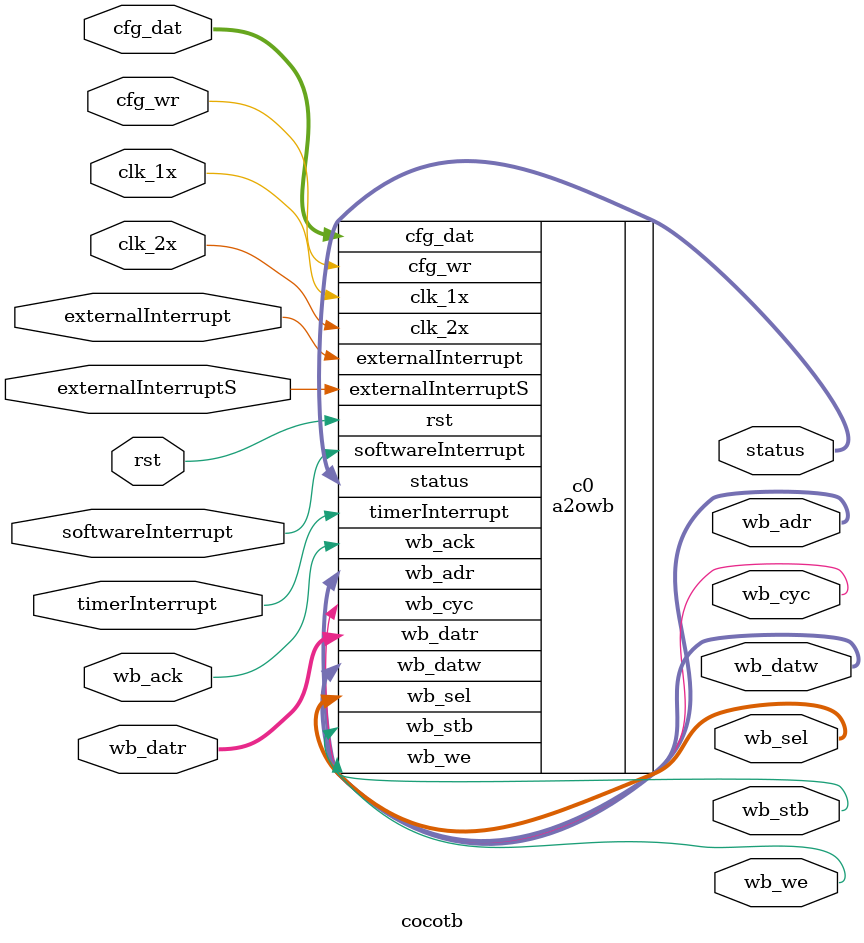
<source format=v>

`include "tri_a2o.vh"

`timescale 1ns/1ps

module cocotb (

    input                            clk_1x,
    input                            clk_2x,
    input                            rst,

    input  [0:31]                    cfg_dat,
    input                            cfg_wr,
    output [0:31]                    status,

    input                            timerInterrupt,
    input                            externalInterrupt,
    input                            softwareInterrupt,
    input                            externalInterruptS,

    output                           wb_stb,
    output                           wb_cyc,
    output [31:0]                    wb_adr,
    output                           wb_we,
    output [3:0]                     wb_sel,
    output [31:0]                    wb_datw,
    input                            wb_ack,
    input  [31:0]                    wb_datr

);

a2owb c0 (
      .clk_1x(clk_1x),
      .clk_2x(clk_2x),
      .rst(rst),

      .cfg_wr(cfg_wr),
      .cfg_dat(cfg_dat),
      .status(status),

      .timerInterrupt(timerInterrupt),
      .externalInterrupt(externalInterrupt),
      .softwareInterrupt(softwareInterrupt),
      .externalInterruptS(externalInterruptS),

      .wb_stb(wb_stb),
      .wb_cyc(wb_cyc),
      .wb_adr(wb_adr),
      .wb_we(wb_we),
      .wb_ack(wb_ack),
      .wb_sel(wb_sel),
      .wb_datr(wb_datr),
      .wb_datw(wb_datw)
   );

initial begin
  $dumpfile ("a2olitex.vcd");
  // you can do it by levels and also by module so could prune down
  $dumpvars;
  // need to explicitly specify arrays for icarus
  // guess not: $dumpvars cannot dump a vpiMemory
  //$dumpvars(0, c0.iuq0.iuq_slice_top0.slice0.iuq_ibuf0.buffer_data_q);
  #1;
end

endmodule
</source>
